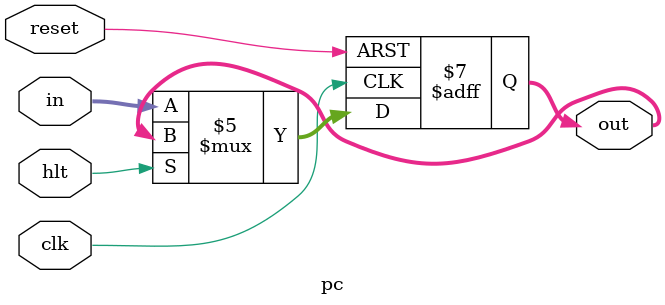
<source format=v>
/*
	Caio Vinicius Pereira Silveira
	12/09/2022
	
	Descricao do registrador program counter (PC).
	Escrita ocorre na borda de subida do clk, reset assincrono
*/

module pc
(
	input clk,
	input hlt,
	input reset,
	input [7:0] in,
	output reg [7:0] out
);

	initial begin
		out = 8'h00;
	end
	
	always @(posedge clk or posedge reset) begin
		if(reset) begin
			out = 8'h00;
		end
		else if(!hlt) begin
			out = in;
		end
	end

endmodule
</source>
